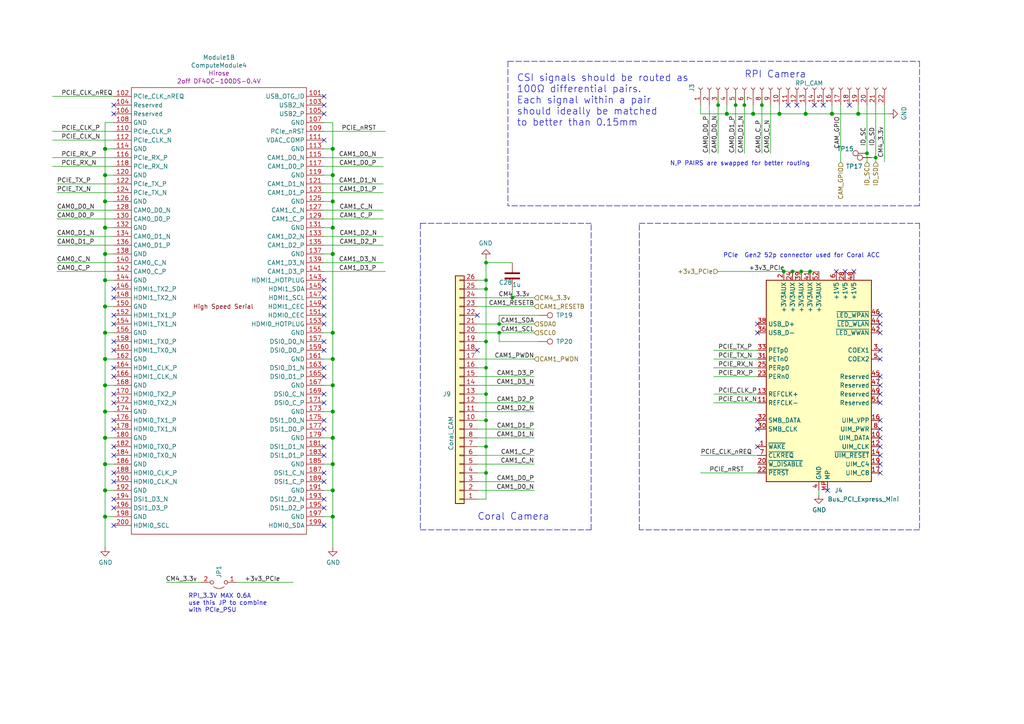
<source format=kicad_sch>
(kicad_sch (version 20211123) (generator eeschema)
  (paper "A4")
  (lib_symbols
    (symbol "CM4IO:ComputeModule4-CM4"
      (property "Reference" "Module" (at 113.03 -68.58 0))
      (property "Value" "ComputeModule4-CM4" (at 140.97 2.54 0))
      (property "Field4" "Hirose" (at 0 0 0))
      (property "Field5" "2x DF40C-100DS-0.4V" (at 0 -2.54 0))
      (symbol "ComputeModule4-CM4_1_0"
        (text "GPIO" (at 0 6.35 0) (effects (font (size 1.27 1.27))))
      )
      (symbol "ComputeModule4-CM4_1_1"
        (text "600mA Max" (at -8.89 -53.34 0) (effects (font (size 1.27 1.27))))
        (text "600mA Max" (at -8.89 -48.26 0) (effects (font (size 1.27 1.27))))
        (text "NB SD signals are only available" (at -1.27 -27.94 0) (effects (font (size 1.27 1.27))))
        (text "on modules without eMMC" (at -1.27 -30.48 0) (effects (font (size 1.27 1.27))))
        (pin power_in line (at 27.94 55.88 180) (length 2.54) (name "GND") (number "1"))
        (pin passive line (at -33.02 45.72 0) (length 2.54) (name "Ethernet_Pair0_N") (number "10"))
        (pin output line (at -33.02 -68.58 0) (length 2.54) (name "nEXTRST") (number "100"))
        (pin passive line (at 27.94 43.18 180) (length 2.54) (name "Ethernet_Pair2_P") (number "11"))
        (pin passive line (at -33.02 43.18 0) (length 2.54) (name "Ethernet_Pair0_P") (number "12"))
        (pin power_in line (at 27.94 40.64 180) (length 2.54) (name "GND") (number "13"))
        (pin power_in line (at -33.02 40.64 0) (length 2.54) (name "GND") (number "14"))
        (pin output line (at 27.94 38.1 180) (length 2.54) (name "Ethernet_nLED3(3.3v)") (number "15"))
        (pin input line (at -33.02 38.1 0) (length 2.54) (name "Ethernet_SYNC_IN(1.8v)") (number "16"))
        (pin output line (at 27.94 35.56 180) (length 2.54) (name "Ethernet_nLED2(3.3v)") (number "17"))
        (pin input line (at -33.02 35.56 0) (length 2.54) (name "Ethernet_SYNC_OUT(1.8v)") (number "18"))
        (pin output line (at 27.94 33.02 180) (length 2.54) (name "Ethernet_nLED1(3.3v)") (number "19"))
        (pin power_in line (at -33.02 55.88 0) (length 2.54) (name "GND") (number "2"))
        (pin passive line (at -33.02 33.02 0) (length 2.54) (name "EEPROM_nWP") (number "20"))
        (pin open_collector line (at 27.94 30.48 180) (length 2.54) (name "PI_nLED_Activity") (number "21"))
        (pin power_in line (at -33.02 30.48 0) (length 2.54) (name "GND") (number "22"))
        (pin power_in line (at 27.94 27.94 180) (length 2.54) (name "GND") (number "23"))
        (pin passive line (at -33.02 27.94 0) (length 2.54) (name "GPIO26") (number "24"))
        (pin passive line (at 27.94 25.4 180) (length 2.54) (name "GPIO21") (number "25"))
        (pin passive line (at -33.02 25.4 0) (length 2.54) (name "GPIO19") (number "26"))
        (pin passive line (at 27.94 22.86 180) (length 2.54) (name "GPIO20") (number "27"))
        (pin passive line (at -33.02 22.86 0) (length 2.54) (name "GPIO13") (number "28"))
        (pin passive line (at 27.94 20.32 180) (length 2.54) (name "GPIO16") (number "29"))
        (pin passive line (at 27.94 53.34 180) (length 2.54) (name "Ethernet_Pair3_P") (number "3"))
        (pin passive line (at -33.02 20.32 0) (length 2.54) (name "GPIO6") (number "30"))
        (pin passive line (at 27.94 17.78 180) (length 2.54) (name "GPIO12") (number "31"))
        (pin power_in line (at -33.02 17.78 0) (length 2.54) (name "GND") (number "32"))
        (pin power_in line (at 27.94 15.24 180) (length 2.54) (name "GND") (number "33"))
        (pin passive line (at -33.02 15.24 0) (length 2.54) (name "GPIO5") (number "34"))
        (pin passive line (at 27.94 12.7 180) (length 2.54) (name "ID_SC") (number "35"))
        (pin passive line (at -33.02 12.7 0) (length 2.54) (name "ID_SD") (number "36"))
        (pin passive line (at 27.94 10.16 180) (length 2.54) (name "GPIO7") (number "37"))
        (pin passive line (at -33.02 10.16 0) (length 2.54) (name "GPIO11") (number "38"))
        (pin passive line (at 27.94 7.62 180) (length 2.54) (name "GPIO8") (number "39"))
        (pin passive line (at -33.02 53.34 0) (length 2.54) (name "Ethernet_Pair1_P") (number "4"))
        (pin passive line (at -33.02 7.62 0) (length 2.54) (name "GPIO9") (number "40"))
        (pin passive line (at 27.94 5.08 180) (length 2.54) (name "GPIO25") (number "41"))
        (pin power_in line (at -33.02 5.08 0) (length 2.54) (name "GND") (number "42"))
        (pin power_in line (at 27.94 2.54 180) (length 2.54) (name "GND") (number "43"))
        (pin passive line (at -33.02 2.54 0) (length 2.54) (name "GPIO10") (number "44"))
        (pin passive line (at 27.94 0 180) (length 2.54) (name "GPIO24") (number "45"))
        (pin passive line (at -33.02 0 0) (length 2.54) (name "GPIO22") (number "46"))
        (pin passive line (at 27.94 -2.54 180) (length 2.54) (name "GPIO23") (number "47"))
        (pin passive line (at -33.02 -2.54 0) (length 2.54) (name "GPIO27") (number "48"))
        (pin passive line (at 27.94 -5.08 180) (length 2.54) (name "GPIO18") (number "49"))
        (pin passive line (at 27.94 50.8 180) (length 2.54) (name "Ethernet_Pair3_N") (number "5"))
        (pin passive line (at -33.02 -5.08 0) (length 2.54) (name "GPIO17") (number "50"))
        (pin passive line (at 27.94 -7.62 180) (length 2.54) (name "GPIO15") (number "51"))
        (pin power_in line (at -33.02 -7.62 0) (length 2.54) (name "GND") (number "52"))
        (pin power_in line (at 27.94 -10.16 180) (length 2.54) (name "GND") (number "53"))
        (pin passive line (at -33.02 -10.16 0) (length 2.54) (name "GPIO4") (number "54"))
        (pin passive line (at 27.94 -12.7 180) (length 2.54) (name "GPIO14") (number "55"))
        (pin passive line (at -33.02 -12.7 0) (length 2.54) (name "GPIO3") (number "56"))
        (pin passive line (at 27.94 -15.24 180) (length 2.54) (name "SD_CLK") (number "57"))
        (pin passive line (at -33.02 -15.24 0) (length 2.54) (name "GPIO2") (number "58"))
        (pin power_in line (at 27.94 -17.78 180) (length 2.54) (name "GND") (number "59"))
        (pin passive line (at -33.02 50.8 0) (length 2.54) (name "Ethernet_Pair1_N") (number "6"))
        (pin power_in line (at -33.02 -17.78 0) (length 2.54) (name "GND") (number "60"))
        (pin passive line (at 27.94 -20.32 180) (length 2.54) (name "SD_DAT3") (number "61"))
        (pin passive line (at -33.02 -20.32 0) (length 2.54) (name "SD_CMD") (number "62"))
        (pin passive line (at 27.94 -22.86 180) (length 2.54) (name "SD_DAT0") (number "63"))
        (pin passive line (at -33.02 -22.86 0) (length 2.54) (name "SD_DAT5") (number "64"))
        (pin power_in line (at 27.94 -25.4 180) (length 2.54) (name "GND") (number "65"))
        (pin power_in line (at -33.02 -25.4 0) (length 2.54) (name "GND") (number "66"))
        (pin passive line (at 27.94 -27.94 180) (length 2.54) (name "SD_DAT1") (number "67"))
        (pin passive line (at -33.02 -27.94 0) (length 2.54) (name "SD_DAT4") (number "68"))
        (pin passive line (at 27.94 -30.48 180) (length 2.54) (name "SD_DAT2") (number "69"))
        (pin power_in line (at 27.94 48.26 180) (length 2.54) (name "GND") (number "7"))
        (pin passive line (at -33.02 -30.48 0) (length 2.54) (name "SD_DAT7") (number "70"))
        (pin power_in line (at 27.94 -33.02 180) (length 2.54) (name "GND") (number "71"))
        (pin passive line (at -33.02 -33.02 0) (length 2.54) (name "SD_DAT6") (number "72"))
        (pin input line (at 27.94 -35.56 180) (length 2.54) (name "SD_VDD_Override") (number "73"))
        (pin power_in line (at -33.02 -35.56 0) (length 2.54) (name "GND") (number "74"))
        (pin output line (at 27.94 -38.1 180) (length 2.54) (name "SD_PWR_ON") (number "75"))
        (pin passive line (at -33.02 -38.1 0) (length 2.54) (name "Reserved") (number "76"))
        (pin power_in line (at 27.94 -40.64 180) (length 2.54) (name "+5v_(Input)") (number "77"))
        (pin power_in line (at -33.02 -40.64 0) (length 2.54) (name "GPIO_VREF(1.8v/3.3v_Input)") (number "78"))
        (pin power_in line (at 27.94 -43.18 180) (length 2.54) (name "+5v_(Input)") (number "79"))
        (pin power_in line (at -33.02 48.26 0) (length 2.54) (name "GND") (number "8"))
        (pin passive line (at -33.02 -43.18 0) (length 2.54) (name "SCL0") (number "80"))
        (pin power_in line (at 27.94 -45.72 180) (length 2.54) (name "+5v_(Input)") (number "81"))
        (pin passive line (at -33.02 -45.72 0) (length 2.54) (name "SDA0") (number "82"))
        (pin power_in line (at 27.94 -48.26 180) (length 2.54) (name "+5v_(Input)") (number "83"))
        (pin power_out line (at -33.02 -48.26 0) (length 2.54) (name "+3.3v_(Output)") (number "84"))
        (pin power_in line (at 27.94 -50.8 180) (length 2.54) (name "+5v_(Input)") (number "85"))
        (pin power_out line (at -33.02 -50.8 0) (length 2.54) (name "+3.3v_(Output)") (number "86"))
        (pin power_in line (at 27.94 -53.34 180) (length 2.54) (name "+5v_(Input)") (number "87"))
        (pin power_out line (at -33.02 -53.34 0) (length 2.54) (name "+1.8v_(Output)") (number "88"))
        (pin power_in line (at 27.94 -55.88 180) (length 2.54) (name "WiFi_nDisable") (number "89"))
        (pin passive line (at 27.94 45.72 180) (length 2.54) (name "Ethernet_Pair2_N") (number "9"))
        (pin power_out line (at -33.02 -55.88 0) (length 2.54) (name "+1.8v_(Output)") (number "90"))
        (pin power_in line (at 27.94 -58.42 180) (length 2.54) (name "BT_nDisable") (number "91"))
        (pin passive line (at -33.02 -58.42 0) (length 2.54) (name "RUN_PG") (number "92"))
        (pin input line (at 27.94 -60.96 180) (length 2.54) (name "nRPIBOOT") (number "93"))
        (pin passive line (at -33.02 -60.96 0) (length 2.54) (name "AnalogIP0") (number "94"))
        (pin output line (at 27.94 -63.5 180) (length 2.54) (name "nPI_LED_PWR") (number "95"))
        (pin passive line (at -33.02 -63.5 0) (length 2.54) (name "AnalogIP1") (number "96"))
        (pin passive line (at 27.94 -66.04 180) (length 2.54) (name "Camera_GPIO") (number "97"))
        (pin power_in line (at -33.02 -66.04 0) (length 2.54) (name "GND") (number "98"))
        (pin input line (at 27.94 -68.58 180) (length 2.54) (name "Global_EN") (number "99"))
      )
      (symbol "ComputeModule4-CM4_2_1"
        (text "High Speed Serial" (at 140.97 0 0) (effects (font (size 1.27 1.27))))
        (pin input line (at 170.18 60.96 180) (length 5.08) (name "USB_OTG_ID") (number "101"))
        (pin input line (at 109.22 60.96 0) (length 5.08) (name "PCIe_CLK_nREQ") (number "102"))
        (pin passive line (at 170.18 58.42 180) (length 5.08) (name "USB2_N") (number "103"))
        (pin passive line (at 109.22 58.42 0) (length 5.08) (name "Reserved") (number "104"))
        (pin passive line (at 170.18 55.88 180) (length 5.08) (name "USB2_P") (number "105"))
        (pin passive line (at 109.22 55.88 0) (length 5.08) (name "Reserved") (number "106"))
        (pin power_in line (at 170.18 53.34 180) (length 5.08) (name "GND") (number "107"))
        (pin power_in line (at 109.22 53.34 0) (length 5.08) (name "GND") (number "108"))
        (pin bidirectional line (at 170.18 50.8 180) (length 5.08) (name "PCIe_nRST") (number "109"))
        (pin output line (at 109.22 50.8 0) (length 5.08) (name "PCIe_CLK_P") (number "110"))
        (pin passive line (at 170.18 48.26 180) (length 5.08) (name "VDAC_COMP") (number "111"))
        (pin output line (at 109.22 48.26 0) (length 5.08) (name "PCIe_CLK_N") (number "112"))
        (pin power_in line (at 170.18 45.72 180) (length 5.08) (name "GND") (number "113"))
        (pin power_in line (at 109.22 45.72 0) (length 5.08) (name "GND") (number "114"))
        (pin input line (at 170.18 43.18 180) (length 5.08) (name "CAM1_D0_N") (number "115"))
        (pin input line (at 109.22 43.18 0) (length 5.08) (name "PCIe_RX_P") (number "116"))
        (pin input line (at 170.18 40.64 180) (length 5.08) (name "CAM1_D0_P") (number "117"))
        (pin input line (at 109.22 40.64 0) (length 5.08) (name "PCIe_RX_N") (number "118"))
        (pin power_in line (at 170.18 38.1 180) (length 5.08) (name "GND") (number "119"))
        (pin power_in line (at 109.22 38.1 0) (length 5.08) (name "GND") (number "120"))
        (pin input line (at 170.18 35.56 180) (length 5.08) (name "CAM1_D1_N") (number "121"))
        (pin output line (at 109.22 35.56 0) (length 5.08) (name "PCIe_TX_P") (number "122"))
        (pin input line (at 170.18 33.02 180) (length 5.08) (name "CAM1_D1_P") (number "123"))
        (pin output line (at 109.22 33.02 0) (length 5.08) (name "PCIe_TX_N") (number "124"))
        (pin power_in line (at 170.18 30.48 180) (length 5.08) (name "GND") (number "125"))
        (pin power_in line (at 109.22 30.48 0) (length 5.08) (name "GND") (number "126"))
        (pin input line (at 170.18 27.94 180) (length 5.08) (name "CAM1_C_N") (number "127"))
        (pin input line (at 109.22 27.94 0) (length 5.08) (name "CAM0_D0_N") (number "128"))
        (pin input line (at 170.18 25.4 180) (length 5.08) (name "CAM1_C_P") (number "129"))
        (pin input line (at 109.22 25.4 0) (length 5.08) (name "CAM0_D0_P") (number "130"))
        (pin power_in line (at 170.18 22.86 180) (length 5.08) (name "GND") (number "131"))
        (pin power_in line (at 109.22 22.86 0) (length 5.08) (name "GND") (number "132"))
        (pin input line (at 170.18 20.32 180) (length 5.08) (name "CAM1_D2_N") (number "133"))
        (pin input line (at 109.22 20.32 0) (length 5.08) (name "CAM0_D1_N") (number "134"))
        (pin input line (at 170.18 17.78 180) (length 5.08) (name "CAM1_D2_P") (number "135"))
        (pin input line (at 109.22 17.78 0) (length 5.08) (name "CAM0_D1_P") (number "136"))
        (pin power_in line (at 170.18 15.24 180) (length 5.08) (name "GND") (number "137"))
        (pin power_in line (at 109.22 15.24 0) (length 5.08) (name "GND") (number "138"))
        (pin input line (at 170.18 12.7 180) (length 5.08) (name "CAM1_D3_N") (number "139"))
        (pin input line (at 109.22 12.7 0) (length 5.08) (name "CAM0_C_N") (number "140"))
        (pin input line (at 170.18 10.16 180) (length 5.08) (name "CAM1_D3_P") (number "141"))
        (pin input line (at 109.22 10.16 0) (length 5.08) (name "CAM0_C_P") (number "142"))
        (pin input line (at 170.18 7.62 180) (length 5.08) (name "HDMI1_HOTPLUG") (number "143"))
        (pin power_in line (at 109.22 7.62 0) (length 5.08) (name "GND") (number "144"))
        (pin bidirectional line (at 170.18 5.08 180) (length 5.08) (name "HDMI1_SDA") (number "145"))
        (pin output line (at 109.22 5.08 0) (length 5.08) (name "HDMI1_TX2_P") (number "146"))
        (pin open_collector line (at 170.18 2.54 180) (length 5.08) (name "HDMI1_SCL") (number "147"))
        (pin output line (at 109.22 2.54 0) (length 5.08) (name "HDMI1_TX2_N") (number "148"))
        (pin open_collector line (at 170.18 0 180) (length 5.08) (name "HDMI1_CEC") (number "149"))
        (pin power_in line (at 109.22 0 0) (length 5.08) (name "GND") (number "150"))
        (pin open_collector line (at 170.18 -2.54 180) (length 5.08) (name "HDMI0_CEC") (number "151"))
        (pin output line (at 109.22 -2.54 0) (length 5.08) (name "HDMI1_TX1_P") (number "152"))
        (pin input line (at 170.18 -5.08 180) (length 5.08) (name "HDMI0_HOTPLUG") (number "153"))
        (pin output line (at 109.22 -5.08 0) (length 5.08) (name "HDMI1_TX1_N") (number "154"))
        (pin power_in line (at 170.18 -7.62 180) (length 5.08) (name "GND") (number "155"))
        (pin power_in line (at 109.22 -7.62 0) (length 5.08) (name "GND") (number "156"))
        (pin output line (at 170.18 -10.16 180) (length 5.08) (name "DSI0_D0_N") (number "157"))
        (pin output line (at 109.22 -10.16 0) (length 5.08) (name "HDMI1_TX0_P") (number "158"))
        (pin output line (at 170.18 -12.7 180) (length 5.08) (name "DSI0_D0_P") (number "159"))
        (pin output line (at 109.22 -12.7 0) (length 5.08) (name "HDMI1_TX0_N") (number "160"))
        (pin power_in line (at 170.18 -15.24 180) (length 5.08) (name "GND") (number "161"))
        (pin power_in line (at 109.22 -15.24 0) (length 5.08) (name "GND") (number "162"))
        (pin output line (at 170.18 -17.78 180) (length 5.08) (name "DSI0_D1_N") (number "163"))
        (pin output line (at 109.22 -17.78 0) (length 5.08) (name "HDMI1_CLK_P") (number "164"))
        (pin output line (at 170.18 -20.32 180) (length 5.08) (name "DSI0_D1_P") (number "165"))
        (pin output line (at 109.22 -20.32 0) (length 5.08) (name "HDMI1_CLK_N") (number "166"))
        (pin power_in line (at 170.18 -22.86 180) (length 5.08) (name "GND") (number "167"))
        (pin power_in line (at 109.22 -22.86 0) (length 5.08) (name "GND") (number "168"))
        (pin output line (at 170.18 -25.4 180) (length 5.08) (name "DSI0_C_N") (number "169"))
        (pin output line (at 109.22 -25.4 0) (length 5.08) (name "HDMI0_TX2_P") (number "170"))
        (pin output line (at 170.18 -27.94 180) (length 5.08) (name "DSI0_C_P") (number "171"))
        (pin output line (at 109.22 -27.94 0) (length 5.08) (name "HDMI0_TX2_N") (number "172"))
        (pin power_in line (at 170.18 -30.48 180) (length 5.08) (name "GND") (number "173"))
        (pin power_in line (at 109.22 -30.48 0) (length 5.08) (name "GND") (number "174"))
        (pin output line (at 170.18 -33.02 180) (length 5.08) (name "DSI1_D0_N") (number "175"))
        (pin output line (at 109.22 -33.02 0) (length 5.08) (name "HDMI0_TX1_P") (number "176"))
        (pin output line (at 170.18 -35.56 180) (length 5.08) (name "DSI1_D0_P") (number "177"))
        (pin output line (at 109.22 -35.56 0) (length 5.08) (name "HDMI0_TX1_N") (number "178"))
        (pin power_in line (at 170.18 -38.1 180) (length 5.08) (name "GND") (number "179"))
        (pin power_in line (at 109.22 -38.1 0) (length 5.08) (name "GND") (number "180"))
        (pin output line (at 170.18 -40.64 180) (length 5.08) (name "DSI1_D1_N") (number "181"))
        (pin output line (at 109.22 -40.64 0) (length 5.08) (name "HDMI0_TX0_P") (number "182"))
        (pin output line (at 170.18 -43.18 180) (length 5.08) (name "DSI1_D1_P") (number "183"))
        (pin output line (at 109.22 -43.18 0) (length 5.08) (name "HDMI0_TX0_N") (number "184"))
        (pin power_in line (at 170.18 -45.72 180) (length 5.08) (name "GND") (number "185"))
        (pin power_in line (at 109.22 -45.72 0) (length 5.08) (name "GND") (number "186"))
        (pin output line (at 170.18 -48.26 180) (length 5.08) (name "DSI1_C_N") (number "187"))
        (pin output line (at 109.22 -48.26 0) (length 5.08) (name "HDMI0_CLK_P") (number "188"))
        (pin output line (at 170.18 -50.8 180) (length 5.08) (name "DSI1_C_P") (number "189"))
        (pin output line (at 109.22 -50.8 0) (length 5.08) (name "HDMI0_CLK_N") (number "190"))
        (pin power_in line (at 170.18 -53.34 180) (length 5.08) (name "GND") (number "191"))
        (pin power_in line (at 109.22 -53.34 0) (length 5.08) (name "GND") (number "192"))
        (pin output line (at 170.18 -55.88 180) (length 5.08) (name "DSI1_D2_N") (number "193"))
        (pin output line (at 109.22 -55.88 0) (length 5.08) (name "DSI1_D3_N") (number "194"))
        (pin output line (at 170.18 -58.42 180) (length 5.08) (name "DSI1_D2_P") (number "195"))
        (pin output line (at 109.22 -58.42 0) (length 5.08) (name "DSI1_D3_P") (number "196"))
        (pin power_in line (at 170.18 -60.96 180) (length 5.08) (name "GND") (number "197"))
        (pin power_in line (at 109.22 -60.96 0) (length 5.08) (name "GND") (number "198"))
        (pin bidirectional line (at 170.18 -63.5 180) (length 5.08) (name "HDMI0_SDA") (number "199"))
        (pin open_collector line (at 109.22 -63.5 0) (length 5.08) (name "HDMI0_SCL") (number "200"))
      )
    )
    (symbol "Connector:Bus_PCI_Express_Mini"
      (property "Reference" "J" (at -16.51 31.75 0))
      (property "Value" "Bus_PCI_Express_Mini" (at 22.86 31.75 0))
      (symbol "Bus_PCI_Express_Mini_1_1"
        (pin open_collector line (at -17.78 -17.78 0) (length 2.54) (name "~{WAKE}") (number "1"))
        (pin bidirectional line (at 17.78 -15.24 180) (length 2.54) (name "UIM_DATA") (number "10"))
        (pin input line (at -17.78 -5.08 0) (length 2.54) (name "REFCLK-") (number "11"))
        (pin output line (at 17.78 -17.78 180) (length 2.54) (name "UIM_CLK") (number "12"))
        (pin input line (at -17.78 -2.54 0) (length 2.54) (name "REFCLK+") (number "13"))
        (pin output line (at 17.78 -20.32 180) (length 2.54) (name "~{UIM_RESET}") (number "14"))
        (pin passive line (at 0 -30.48 90) (length 2.54) hide (name "GND") (number "15"))
        (pin power_out line (at 17.78 -10.16 180) (length 2.54) (name "UIM_VPP") (number "16"))
        (pin passive line (at 17.78 -25.4 180) (length 2.54) (name "UIM_C8") (number "17"))
        (pin passive line (at 0 -30.48 90) (length 2.54) hide (name "GND") (number "18"))
        (pin passive line (at 17.78 -22.86 180) (length 2.54) (name "UIM_C4") (number "19"))
        (pin power_in line (at -10.16 33.02 270) (length 2.54) (name "+3V3AUX") (number "2"))
        (pin input line (at -17.78 -22.86 0) (length 2.54) (name "~{W_DISABLE}") (number "20"))
        (pin passive line (at 0 -30.48 90) (length 2.54) hide (name "GND") (number "21"))
        (pin input line (at -17.78 -25.4 0) (length 2.54) (name "~{PERST}") (number "22"))
        (pin output line (at -17.78 2.54 0) (length 2.54) (name "PERn0") (number "23"))
        (pin power_in line (at -7.62 33.02 270) (length 2.54) (name "+3V3AUX") (number "24"))
        (pin output line (at -17.78 5.08 0) (length 2.54) (name "PERp0") (number "25"))
        (pin passive line (at 0 -30.48 90) (length 2.54) hide (name "GND") (number "26"))
        (pin passive line (at 0 -30.48 90) (length 2.54) hide (name "GND") (number "27"))
        (pin power_in line (at 7.62 33.02 270) (length 2.54) (name "+1V5") (number "28"))
        (pin passive line (at 0 -30.48 90) (length 2.54) hide (name "GND") (number "29"))
        (pin passive line (at 17.78 10.16 180) (length 2.54) (name "COEX1") (number "3"))
        (pin input line (at -17.78 -12.7 0) (length 2.54) (name "SMB_CLK") (number "30"))
        (pin input line (at -17.78 7.62 0) (length 2.54) (name "PETn0") (number "31"))
        (pin bidirectional line (at -17.78 -10.16 0) (length 2.54) (name "SMB_DATA") (number "32"))
        (pin input line (at -17.78 10.16 0) (length 2.54) (name "PETp0") (number "33"))
        (pin passive line (at 0 -30.48 90) (length 2.54) hide (name "GND") (number "34"))
        (pin passive line (at 0 -30.48 90) (length 2.54) hide (name "GND") (number "35"))
        (pin bidirectional line (at -17.78 15.24 0) (length 2.54) (name "USB_D-") (number "36"))
        (pin passive line (at 0 -30.48 90) (length 2.54) hide (name "GND") (number "37"))
        (pin bidirectional line (at -17.78 17.78 0) (length 2.54) (name "USB_D+") (number "38"))
        (pin power_in line (at -5.08 33.02 270) (length 2.54) (name "+3V3AUX") (number "39"))
        (pin power_in line (at 0 -30.48 90) (length 2.54) (name "GND") (number "4"))
        (pin passive line (at 0 -30.48 90) (length 2.54) hide (name "GND") (number "40"))
        (pin power_in line (at -2.54 33.02 270) (length 2.54) (name "+3V3AUX") (number "41"))
        (pin open_collector line (at 17.78 15.24 180) (length 2.54) (name "~{LED_WWAN}") (number "42"))
        (pin passive line (at 0 -30.48 90) (length 2.54) hide (name "GND") (number "43"))
        (pin open_collector line (at 17.78 17.78 180) (length 2.54) (name "~{LED_WLAN}") (number "44"))
        (pin passive line (at 17.78 2.54 180) (length 2.54) (name "Reserved") (number "45"))
        (pin open_collector line (at 17.78 20.32 180) (length 2.54) (name "~{LED_WPAN}") (number "46"))
        (pin passive line (at 17.78 0 180) (length 2.54) (name "Reserved") (number "47"))
        (pin power_in line (at 10.16 33.02 270) (length 2.54) (name "+1V5") (number "48"))
        (pin passive line (at 17.78 -2.54 180) (length 2.54) (name "Reserved") (number "49"))
        (pin passive line (at 17.78 7.62 180) (length 2.54) (name "COEX2") (number "5"))
        (pin passive line (at 0 -30.48 90) (length 2.54) hide (name "GND") (number "50"))
        (pin passive line (at 17.78 -5.08 180) (length 2.54) (name "Reserved") (number "51"))
        (pin power_in line (at 0 33.02 270) (length 2.54) (name "+3V3AUX") (number "52"))
        (pin power_in line (at 5.08 33.02 270) (length 2.54) (name "+1V5") (number "6"))
        (pin open_collector line (at -17.78 -20.32 0) (length 2.54) (name "~{CLKREQ}") (number "7"))
        (pin power_out line (at 17.78 -12.7 180) (length 2.54) (name "UIM_PWR") (number "8"))
        (pin passive line (at 0 -30.48 90) (length 2.54) hide (name "GND") (number "9"))
        (pin passive line (at 2.54 -30.48 90) (length 2.54) (name "MP") (number "MP"))
      )
    )
    (symbol "Connector:Conn_01x22_Female" (pin_names hide)
      (property "Reference" "J" (at 0 27.94 0))
      (property "Value" "Conn_01x22_Female" (at 0 -30.48 0))
      (symbol "Conn_01x22_Female_1_1"
        (pin passive line (at -5.08 25.4 0) (length 3.81) (name "Pin_1") (number "1"))
        (pin passive line (at -5.08 2.54 0) (length 3.81) (name "Pin_10") (number "10"))
        (pin passive line (at -5.08 0 0) (length 3.81) (name "Pin_11") (number "11"))
        (pin passive line (at -5.08 -2.54 0) (length 3.81) (name "Pin_12") (number "12"))
        (pin passive line (at -5.08 -5.08 0) (length 3.81) (name "Pin_13") (number "13"))
        (pin passive line (at -5.08 -7.62 0) (length 3.81) (name "Pin_14") (number "14"))
        (pin passive line (at -5.08 -10.16 0) (length 3.81) (name "Pin_15") (number "15"))
        (pin passive line (at -5.08 -12.7 0) (length 3.81) (name "Pin_16") (number "16"))
        (pin passive line (at -5.08 -15.24 0) (length 3.81) (name "Pin_17") (number "17"))
        (pin passive line (at -5.08 -17.78 0) (length 3.81) (name "Pin_18") (number "18"))
        (pin passive line (at -5.08 -20.32 0) (length 3.81) (name "Pin_19") (number "19"))
        (pin passive line (at -5.08 22.86 0) (length 3.81) (name "Pin_2") (number "2"))
        (pin passive line (at -5.08 -22.86 0) (length 3.81) (name "Pin_20") (number "20"))
        (pin passive line (at -5.08 -25.4 0) (length 3.81) (name "Pin_21") (number "21"))
        (pin passive line (at -5.08 -27.94 0) (length 3.81) (name "Pin_22") (number "22"))
        (pin passive line (at -5.08 20.32 0) (length 3.81) (name "Pin_3") (number "3"))
        (pin passive line (at -5.08 17.78 0) (length 3.81) (name "Pin_4") (number "4"))
        (pin passive line (at -5.08 15.24 0) (length 3.81) (name "Pin_5") (number "5"))
        (pin passive line (at -5.08 12.7 0) (length 3.81) (name "Pin_6") (number "6"))
        (pin passive line (at -5.08 10.16 0) (length 3.81) (name "Pin_7") (number "7"))
        (pin passive line (at -5.08 7.62 0) (length 3.81) (name "Pin_8") (number "8"))
        (pin passive line (at -5.08 5.08 0) (length 3.81) (name "Pin_9") (number "9"))
      )
    )
    (symbol "Connector:TestPoint" (pin_numbers hide) (pin_names (offset 0.762) hide)
      (property "Reference" "TP" (at 0 6.858 0))
      (property "Value" "TestPoint" (at 0 5.08 0))
      (symbol "TestPoint_1_1"
        (pin passive line (at 0 0 90) (length 2.54) (name "1") (number "1"))
      )
    )
    (symbol "Connector_Generic:Conn_01x26" (pin_names (offset 1.016) hide)
      (property "Reference" "J" (at 0 33.02 0))
      (property "Value" "Conn_01x26" (at 0 -35.56 0))
      (symbol "Conn_01x26_1_1"
        (pin passive line (at -5.08 30.48 0) (length 3.81) (name "Pin_1") (number "1"))
        (pin passive line (at -5.08 7.62 0) (length 3.81) (name "Pin_10") (number "10"))
        (pin passive line (at -5.08 5.08 0) (length 3.81) (name "Pin_11") (number "11"))
        (pin passive line (at -5.08 2.54 0) (length 3.81) (name "Pin_12") (number "12"))
        (pin passive line (at -5.08 0 0) (length 3.81) (name "Pin_13") (number "13"))
        (pin passive line (at -5.08 -2.54 0) (length 3.81) (name "Pin_14") (number "14"))
        (pin passive line (at -5.08 -5.08 0) (length 3.81) (name "Pin_15") (number "15"))
        (pin passive line (at -5.08 -7.62 0) (length 3.81) (name "Pin_16") (number "16"))
        (pin passive line (at -5.08 -10.16 0) (length 3.81) (name "Pin_17") (number "17"))
        (pin passive line (at -5.08 -12.7 0) (length 3.81) (name "Pin_18") (number "18"))
        (pin passive line (at -5.08 -15.24 0) (length 3.81) (name "Pin_19") (number "19"))
        (pin passive line (at -5.08 27.94 0) (length 3.81) (name "Pin_2") (number "2"))
        (pin passive line (at -5.08 -17.78 0) (length 3.81) (name "Pin_20") (number "20"))
        (pin passive line (at -5.08 -20.32 0) (length 3.81) (name "Pin_21") (number "21"))
        (pin passive line (at -5.08 -22.86 0) (length 3.81) (name "Pin_22") (number "22"))
        (pin passive line (at -5.08 -25.4 0) (length 3.81) (name "Pin_23") (number "23"))
        (pin passive line (at -5.08 -27.94 0) (length 3.81) (name "Pin_24") (number "24"))
        (pin passive line (at -5.08 -30.48 0) (length 3.81) (name "Pin_25") (number "25"))
        (pin passive line (at -5.08 -33.02 0) (length 3.81) (name "Pin_26") (number "26"))
        (pin passive line (at -5.08 25.4 0) (length 3.81) (name "Pin_3") (number "3"))
        (pin passive line (at -5.08 22.86 0) (length 3.81) (name "Pin_4") (number "4"))
        (pin passive line (at -5.08 20.32 0) (length 3.81) (name "Pin_5") (number "5"))
        (pin passive line (at -5.08 17.78 0) (length 3.81) (name "Pin_6") (number "6"))
        (pin passive line (at -5.08 15.24 0) (length 3.81) (name "Pin_7") (number "7"))
        (pin passive line (at -5.08 12.7 0) (length 3.81) (name "Pin_8") (number "8"))
        (pin passive line (at -5.08 10.16 0) (length 3.81) (name "Pin_9") (number "9"))
      )
    )
    (symbol "Device:C" (pin_numbers hide) (pin_names (offset 0.254))
      (property "Reference" "C" (at 0.635 2.54 0))
      (property "Value" "C" (at 0.635 -2.54 0))
      (symbol "C_1_1"
        (pin passive line (at 0 3.81 270) (length 2.794) (name "~") (number "1"))
        (pin passive line (at 0 -3.81 90) (length 2.794) (name "~") (number "2"))
      )
    )
    (symbol "Jumper:Jumper_2_Open" (pin_names (offset 0) hide)
      (property "Reference" "JP" (at 0 2.794 0))
      (property "Value" "Jumper_2_Open" (at 0 -2.286 0))
      (symbol "Jumper_2_Open_1_1"
        (pin passive line (at -5.08 0 0) (length 2.54) (name "A") (number "1"))
        (pin passive line (at 5.08 0 180) (length 2.54) (name "B") (number "2"))
      )
    )
    (symbol "power:GND" (power) (pin_names (offset 0))
      (property "Value" "GND" (at 0 -3.81 0))
      (symbol "GND_1_1"
        (pin power_in line (at 0 0 270) (length 0) hide (name "GND") (number "1"))
      )
    )
  )
  (junction (at 208.28 30.48))
  (junction (at 96.52 142.24) (diameter 1.016))
  (junction (at 30.48 111.76) (diameter 1.016))
  (junction (at 254 45.72))
  (junction (at 96.52 66.04) (diameter 1.016))
  (junction (at 30.48 50.8) (diameter 1.016))
  (junction (at 30.48 142.24) (diameter 1.016))
  (junction (at 248.92 33.02) (diameter 1.016))
  (junction (at 218.44 33.02) (diameter 1.016))
  (junction (at 140.97 129.54))
  (junction (at 30.48 96.52) (diameter 1.016))
  (junction (at 96.52 149.86) (diameter 1.016))
  (junction (at 220.98 30.48))
  (junction (at 96.52 96.52) (diameter 1.016))
  (junction (at 213.36 30.48))
  (junction (at 227.33 78.74))
  (junction (at 96.52 104.14) (diameter 1.016))
  (junction (at 30.48 88.9) (diameter 1.016))
  (junction (at 96.52 111.76) (diameter 1.016))
  (junction (at 140.97 99.06))
  (junction (at 144.78 96.52))
  (junction (at 140.97 81.28))
  (junction (at 30.48 127) (diameter 1.016))
  (junction (at 241.3 33.02) (diameter 1.016))
  (junction (at 144.78 93.98))
  (junction (at 30.48 81.28) (diameter 1.016))
  (junction (at 251.46 44.45))
  (junction (at 96.52 73.66) (diameter 1.016))
  (junction (at 30.48 58.42) (diameter 1.016))
  (junction (at 140.97 76.2))
  (junction (at 140.97 83.82))
  (junction (at 96.52 119.38) (diameter 1.016))
  (junction (at 96.52 127) (diameter 1.016))
  (junction (at 234.95 78.74))
  (junction (at 30.48 73.66) (diameter 1.016))
  (junction (at 96.52 50.8) (diameter 1.016))
  (junction (at 30.48 104.14) (diameter 1.016))
  (junction (at 30.48 119.38) (diameter 1.016))
  (junction (at 30.48 43.18) (diameter 1.016))
  (junction (at 210.82 33.02) (diameter 1.016))
  (junction (at 30.48 149.86) (diameter 1.016))
  (junction (at 148.59 86.36))
  (junction (at 232.41 78.74))
  (junction (at 229.87 78.74))
  (junction (at 140.97 114.3))
  (junction (at 30.48 134.62) (diameter 1.016))
  (junction (at 140.97 106.68))
  (junction (at 233.68 33.02) (diameter 1.016))
  (junction (at 215.9 30.48))
  (junction (at 96.52 134.62) (diameter 1.016))
  (junction (at 96.52 43.18) (diameter 1.016))
  (junction (at 96.52 58.42) (diameter 1.016))
  (junction (at 140.97 121.92))
  (junction (at 30.48 66.04) (diameter 1.016))
  (junction (at 140.97 137.16))
  (junction (at 226.06 33.02) (diameter 1.016))
  (no_connect (at 93.98 121.92))
  (no_connect (at 33.02 30.48))
  (no_connect (at 255.27 96.52))
  (no_connect (at 93.98 81.28))
  (no_connect (at 93.98 88.9))
  (no_connect (at 242.57 78.74))
  (no_connect (at 138.43 101.6))
  (no_connect (at 93.98 152.4))
  (no_connect (at 33.02 124.46))
  (no_connect (at 255.27 109.22))
  (no_connect (at 93.98 33.02))
  (no_connect (at 93.98 91.44))
  (no_connect (at 93.98 147.32))
  (no_connect (at 247.65 78.74))
  (no_connect (at 93.98 109.22))
  (no_connect (at 245.11 78.74))
  (no_connect (at 219.71 96.52))
  (no_connect (at 93.98 86.36))
  (no_connect (at 255.27 91.44))
  (no_connect (at 33.02 116.84))
  (no_connect (at 93.98 93.98))
  (no_connect (at 93.98 30.48))
  (no_connect (at 231.14 30.48))
  (no_connect (at 33.02 109.22))
  (no_connect (at 33.02 93.98))
  (no_connect (at 93.98 144.78))
  (no_connect (at 255.27 111.76))
  (no_connect (at 33.02 99.06))
  (no_connect (at 93.98 137.16))
  (no_connect (at 93.98 83.82))
  (no_connect (at 33.02 33.02))
  (no_connect (at 93.98 124.46))
  (no_connect (at 246.38 30.48))
  (no_connect (at 33.02 101.6))
  (no_connect (at 255.27 93.98))
  (no_connect (at 93.98 129.54))
  (no_connect (at 93.98 114.3))
  (no_connect (at 255.27 101.6))
  (no_connect (at 255.27 132.08))
  (no_connect (at 93.98 27.94))
  (no_connect (at 33.02 132.08))
  (no_connect (at 33.02 139.7))
  (no_connect (at 255.27 124.46))
  (no_connect (at 255.27 127))
  (no_connect (at 93.98 132.08))
  (no_connect (at 138.43 91.44))
  (no_connect (at 93.98 40.64))
  (no_connect (at 219.71 121.92))
  (no_connect (at 255.27 116.84))
  (no_connect (at 93.98 106.68))
  (no_connect (at 255.27 134.62))
  (no_connect (at 33.02 91.44))
  (no_connect (at 255.27 114.3))
  (no_connect (at 219.71 129.54))
  (no_connect (at 240.03 142.24))
  (no_connect (at 219.71 124.46))
  (no_connect (at 255.27 137.16))
  (no_connect (at 219.71 93.98))
  (no_connect (at 33.02 152.4))
  (no_connect (at 33.02 86.36))
  (no_connect (at 33.02 129.54))
  (no_connect (at 228.6 30.48))
  (no_connect (at 33.02 121.92))
  (no_connect (at 255.27 129.54))
  (no_connect (at 93.98 116.84))
  (no_connect (at 93.98 139.7))
  (no_connect (at 255.27 121.92))
  (no_connect (at 236.22 30.48))
  (no_connect (at 93.98 99.06))
  (no_connect (at 93.98 101.6))
  (no_connect (at 33.02 83.82))
  (no_connect (at 255.27 104.14))
  (no_connect (at 33.02 147.32))
  (no_connect (at 33.02 106.68))
  (no_connect (at 238.76 30.48))
  (no_connect (at 33.02 144.78))
  (no_connect (at 33.02 114.3))
  (no_connect (at 33.02 137.16))
  (wire (pts (xy 96.52 96.52) (xy 96.52 104.14)))
  (wire (pts (xy 30.48 58.42) (xy 30.48 66.04)))
  (wire (pts (xy 148.59 86.36) (xy 154.94 86.36)))
  (wire (pts (xy 220.98 30.48) (xy 220.98 27.94)))
  (wire (pts (xy 233.68 33.02) (xy 241.3 33.02)))
  (wire (pts (xy 154.94 134.62) (xy 138.43 134.62)))
  (wire (pts (xy 93.98 63.5) (xy 111.125 63.5)))
  (wire (pts (xy 226.06 33.02) (xy 226.06 30.48)))
  (wire (pts (xy 96.52 111.76) (xy 96.52 119.38)))
  (wire (pts (xy 237.49 143.51) (xy 237.49 142.24)))
  (wire (pts (xy 33.02 35.56) (xy 30.48 35.56)))
  (wire (pts (xy 140.97 81.28) (xy 138.43 81.28)))
  (wire (pts (xy 96.52 142.24) (xy 96.52 149.86)))
  (wire (pts (xy 154.94 93.98) (xy 144.78 93.98)))
  (wire (pts (xy 93.98 45.72) (xy 111.125 45.72)))
  (wire (pts (xy 218.44 33.02) (xy 218.44 30.48)))
  (wire (pts (xy 207.01 116.84) (xy 219.71 116.84)))
  (wire (pts (xy 227.33 78.74) (xy 229.87 78.74)))
  (wire (pts (xy 241.3 33.02) (xy 248.92 33.02)))
  (wire (pts (xy 30.48 127) (xy 33.02 127)))
  (wire (pts (xy 30.48 73.66) (xy 33.02 73.66)))
  (wire (pts (xy 251.46 30.48) (xy 251.46 44.45)))
  (wire (pts (xy 30.48 81.28) (xy 30.48 88.9)))
  (wire (pts (xy 30.48 111.76) (xy 33.02 111.76)))
  (wire (pts (xy 140.97 99.06) (xy 138.43 99.06)))
  (wire (pts (xy 93.98 48.26) (xy 111.125 48.26)))
  (wire (pts (xy 30.48 50.8) (xy 30.48 58.42)))
  (wire (pts (xy 16.51 60.96) (xy 33.02 60.96)))
  (wire (pts (xy 30.48 142.24) (xy 30.48 149.86)))
  (wire (pts (xy 243.84 30.48) (xy 243.84 46.99)))
  (wire (pts (xy 203.2 30.48) (xy 203.2 33.02)))
  (wire (pts (xy 241.3 33.02) (xy 241.3 30.48)))
  (wire (pts (xy 93.98 119.38) (xy 96.52 119.38)))
  (wire (pts (xy 208.28 78.74) (xy 227.33 78.74)))
  (polyline (pts (xy 147.32 17.78) (xy 266.7 17.78)))
  (wire (pts (xy 140.97 121.92) (xy 140.97 129.54)))
  (wire (pts (xy 154.94 116.84) (xy 138.43 116.84)))
  (wire (pts (xy 30.48 43.18) (xy 33.02 43.18)))
  (wire (pts (xy 154.94 124.46) (xy 138.43 124.46)))
  (wire (pts (xy 140.97 114.3) (xy 140.97 121.92)))
  (wire (pts (xy 140.97 74.93) (xy 140.97 76.2)))
  (wire (pts (xy 233.68 33.02) (xy 233.68 30.48)))
  (wire (pts (xy 140.97 106.68) (xy 140.97 99.06)))
  (wire (pts (xy 16.51 63.5) (xy 33.02 63.5)))
  (wire (pts (xy 93.98 134.62) (xy 96.52 134.62)))
  (polyline (pts (xy 147.32 17.78) (xy 147.32 59.69)))
  (wire (pts (xy 96.52 73.66) (xy 96.52 66.04)))
  (wire (pts (xy 30.48 35.56) (xy 30.48 43.18)))
  (wire (pts (xy 93.98 68.58) (xy 111.125 68.58)))
  (wire (pts (xy 148.59 83.82) (xy 148.59 86.36)))
  (wire (pts (xy 30.48 58.42) (xy 33.02 58.42)))
  (wire (pts (xy 144.78 99.06) (xy 144.78 96.52)))
  (wire (pts (xy 15.24 40.64) (xy 33.02 40.64)))
  (wire (pts (xy 96.52 50.8) (xy 96.52 43.18)))
  (wire (pts (xy 93.98 66.04) (xy 96.52 66.04)))
  (wire (pts (xy 138.43 121.92) (xy 140.97 121.92)))
  (wire (pts (xy 30.48 111.76) (xy 30.48 119.38)))
  (wire (pts (xy 96.52 127) (xy 96.52 134.62)))
  (wire (pts (xy 30.48 104.14) (xy 30.48 111.76)))
  (wire (pts (xy 154.94 139.7) (xy 138.43 139.7)))
  (wire (pts (xy 203.2 137.16) (xy 219.71 137.16)))
  (wire (pts (xy 154.94 142.24) (xy 138.43 142.24)))
  (wire (pts (xy 140.97 137.16) (xy 138.43 137.16)))
  (wire (pts (xy 96.52 104.14) (xy 96.52 111.76)))
  (wire (pts (xy 16.51 71.12) (xy 33.02 71.12)))
  (wire (pts (xy 207.01 101.6) (xy 219.71 101.6)))
  (wire (pts (xy 207.01 114.3) (xy 219.71 114.3)))
  (wire (pts (xy 96.52 73.66) (xy 96.52 96.52)))
  (wire (pts (xy 15.24 38.1) (xy 33.02 38.1)))
  (wire (pts (xy 140.97 83.82) (xy 138.43 83.82)))
  (wire (pts (xy 30.48 149.86) (xy 30.48 158.75)))
  (wire (pts (xy 93.98 58.42) (xy 96.52 58.42)))
  (wire (pts (xy 93.98 78.74) (xy 111.76 78.74)))
  (wire (pts (xy 218.44 33.02) (xy 226.06 33.02)))
  (wire (pts (xy 96.52 119.38) (xy 96.52 127)))
  (wire (pts (xy 210.82 33.02) (xy 218.44 33.02)))
  (wire (pts (xy 30.48 134.62) (xy 33.02 134.62)))
  (polyline (pts (xy 266.7 17.78) (xy 266.7 59.69)))
  (wire (pts (xy 140.97 144.78) (xy 140.97 137.16)))
  (wire (pts (xy 93.98 38.1) (xy 111.76 38.1)))
  (wire (pts (xy 256.54 30.48) (xy 256.54 46.99)))
  (wire (pts (xy 16.51 55.88) (xy 33.02 55.88)))
  (wire (pts (xy 30.48 43.18) (xy 30.48 50.8)))
  (wire (pts (xy 156.21 91.44) (xy 144.78 91.44)))
  (wire (pts (xy 140.97 76.2) (xy 140.97 81.28)))
  (wire (pts (xy 208.28 44.45) (xy 208.28 30.48)))
  (wire (pts (xy 154.94 96.52) (xy 144.78 96.52)))
  (wire (pts (xy 93.98 127) (xy 96.52 127)))
  (wire (pts (xy 96.52 149.86) (xy 96.52 158.75)))
  (polyline (pts (xy 266.7 64.77) (xy 266.7 153.67)))
  (wire (pts (xy 16.51 76.2) (xy 33.02 76.2)))
  (wire (pts (xy 144.78 91.44) (xy 144.78 93.98)))
  (wire (pts (xy 30.48 134.62) (xy 30.48 142.24)))
  (polyline (pts (xy 121.92 153.67) (xy 171.45 153.67)))
  (wire (pts (xy 96.52 43.18) (xy 96.52 35.56)))
  (wire (pts (xy 223.52 30.48) (xy 223.52 44.45)))
  (wire (pts (xy 213.36 44.45) (xy 213.36 30.48)))
  (polyline (pts (xy 121.92 64.77) (xy 171.45 64.77)))
  (wire (pts (xy 234.95 78.74) (xy 237.49 78.74)))
  (wire (pts (xy 138.43 104.14) (xy 154.94 104.14)))
  (wire (pts (xy 138.43 86.36) (xy 148.59 86.36)))
  (wire (pts (xy 140.97 83.82) (xy 140.97 81.28)))
  (wire (pts (xy 220.98 30.48) (xy 220.98 44.45)))
  (wire (pts (xy 226.06 33.02) (xy 233.68 33.02)))
  (wire (pts (xy 48.26 168.91) (xy 58.42 168.91)))
  (wire (pts (xy 248.92 33.02) (xy 257.81 33.02)))
  (wire (pts (xy 68.58 168.91) (xy 85.09 168.91)))
  (wire (pts (xy 30.48 88.9) (xy 33.02 88.9)))
  (wire (pts (xy 154.94 127) (xy 138.43 127)))
  (wire (pts (xy 16.51 78.74) (xy 33.02 78.74)))
  (wire (pts (xy 93.98 76.2) (xy 111.125 76.2)))
  (wire (pts (xy 229.87 78.74) (xy 232.41 78.74)))
  (wire (pts (xy 144.78 93.98) (xy 138.43 93.98)))
  (wire (pts (xy 93.98 73.66) (xy 96.52 73.66)))
  (wire (pts (xy 254 45.72) (xy 254 46.99)))
  (wire (pts (xy 154.94 109.22) (xy 138.43 109.22)))
  (wire (pts (xy 140.97 106.68) (xy 138.43 106.68)))
  (polyline (pts (xy 185.42 153.67) (xy 185.42 64.77)))
  (wire (pts (xy 215.9 27.94) (xy 215.9 30.48)))
  (wire (pts (xy 16.51 53.34) (xy 33.02 53.34)))
  (wire (pts (xy 93.98 50.8) (xy 96.52 50.8)))
  (wire (pts (xy 138.43 144.78) (xy 140.97 144.78)))
  (wire (pts (xy 96.52 134.62) (xy 96.52 142.24)))
  (wire (pts (xy 232.41 78.74) (xy 234.95 78.74)))
  (wire (pts (xy 30.48 50.8) (xy 33.02 50.8)))
  (wire (pts (xy 30.48 119.38) (xy 30.48 127)))
  (wire (pts (xy 213.36 30.48) (xy 213.36 27.94)))
  (wire (pts (xy 252.73 45.72) (xy 254 45.72)))
  (polyline (pts (xy 266.7 59.69) (xy 147.32 59.69)))
  (wire (pts (xy 93.98 104.14) (xy 96.52 104.14)))
  (wire (pts (xy 140.97 99.06) (xy 140.97 83.82)))
  (wire (pts (xy 93.98 43.18) (xy 96.52 43.18)))
  (wire (pts (xy 215.9 44.45) (xy 215.9 30.48)))
  (wire (pts (xy 96.52 58.42) (xy 96.52 50.8)))
  (wire (pts (xy 144.78 96.52) (xy 138.43 96.52)))
  (wire (pts (xy 207.01 109.22) (xy 219.71 109.22)))
  (wire (pts (xy 208.28 27.94) (xy 208.28 30.48)))
  (wire (pts (xy 207.01 104.14) (xy 219.71 104.14)))
  (wire (pts (xy 156.21 99.06) (xy 144.78 99.06)))
  (wire (pts (xy 140.97 129.54) (xy 140.97 137.16)))
  (wire (pts (xy 33.02 149.86) (xy 30.48 149.86)))
  (wire (pts (xy 140.97 106.68) (xy 140.97 114.3)))
  (wire (pts (xy 154.94 119.38) (xy 138.43 119.38)))
  (wire (pts (xy 30.48 104.14) (xy 33.02 104.14)))
  (wire (pts (xy 154.94 132.08) (xy 138.43 132.08)))
  (wire (pts (xy 30.48 127) (xy 30.48 134.62)))
  (wire (pts (xy 30.48 96.52) (xy 30.48 104.14)))
  (wire (pts (xy 30.48 88.9) (xy 30.48 96.52)))
  (wire (pts (xy 93.98 53.34) (xy 111.125 53.34)))
  (wire (pts (xy 93.98 60.96) (xy 111.125 60.96)))
  (wire (pts (xy 96.52 66.04) (xy 96.52 58.42)))
  (wire (pts (xy 140.97 114.3) (xy 138.43 114.3)))
  (wire (pts (xy 93.98 55.88) (xy 111.125 55.88)))
  (polyline (pts (xy 171.45 153.67) (xy 171.45 64.77)))
  (wire (pts (xy 93.98 71.12) (xy 111.125 71.12)))
  (wire (pts (xy 30.48 119.38) (xy 33.02 119.38)))
  (polyline (pts (xy 185.42 64.77) (xy 266.7 64.77)))
  (wire (pts (xy 30.48 96.52) (xy 33.02 96.52)))
  (wire (pts (xy 15.24 27.94) (xy 33.02 27.94)))
  (wire (pts (xy 207.01 106.68) (xy 219.71 106.68)))
  (wire (pts (xy 96.52 35.56) (xy 93.98 35.56)))
  (wire (pts (xy 248.92 33.02) (xy 248.92 30.48)))
  (wire (pts (xy 33.02 48.26) (xy 15.24 48.26)))
  (wire (pts (xy 93.98 142.24) (xy 96.52 142.24)))
  (wire (pts (xy 30.48 66.04) (xy 33.02 66.04)))
  (wire (pts (xy 93.98 111.76) (xy 96.52 111.76)))
  (wire (pts (xy 203.2 132.08) (xy 219.71 132.08)))
  (wire (pts (xy 154.94 111.76) (xy 138.43 111.76)))
  (wire (pts (xy 210.82 33.02) (xy 210.82 30.48)))
  (wire (pts (xy 33.02 45.72) (xy 15.24 45.72)))
  (wire (pts (xy 254 30.48) (xy 254 45.72)))
  (wire (pts (xy 30.48 81.28) (xy 33.02 81.28)))
  (wire (pts (xy 148.59 76.2) (xy 140.97 76.2)))
  (wire (pts (xy 205.74 44.45) (xy 205.74 30.48)))
  (wire (pts (xy 138.43 88.9) (xy 154.94 88.9)))
  (polyline (pts (xy 121.92 64.77) (xy 121.92 153.67)))
  (wire (pts (xy 30.48 66.04) (xy 30.48 73.66)))
  (wire (pts (xy 251.46 44.45) (xy 251.46 46.99)))
  (wire (pts (xy 16.51 68.58) (xy 33.02 68.58)))
  (wire (pts (xy 203.2 33.02) (xy 210.82 33.02)))
  (wire (pts (xy 33.02 142.24) (xy 30.48 142.24)))
  (wire (pts (xy 93.98 96.52) (xy 96.52 96.52)))
  (wire (pts (xy 30.48 73.66) (xy 30.48 81.28)))
  (wire (pts (xy 93.98 149.86) (xy 96.52 149.86)))
  (wire (pts (xy 138.43 129.54) (xy 140.97 129.54)))
  (polyline (pts (xy 266.7 153.67) (xy 185.42 153.67)))
  (text "RPI_3.3V MAX 0.6A\nuse this JP to combine \nwith PCIe_PSU" (at 54.61 177.8 0) (effects (font (size 1.27 1.27)) (justify left bottom)))
  (text "PCIe  Gen2 52p connector used for Coral ACC" (at 255.27 74.93 180) (effects (font (size 1.27 1.27)) (justify right bottom)))
  (text "RPI Camera" (at 215.9 22.86 0) (effects (font (size 2.0066 2.0066)) (justify left bottom)))
  (text "N,P PAIRS are swapped for better routing" (at 194.31 48.26 0) (effects (font (size 1.27 1.27)) (justify left bottom)))
  (text "CSI signals should be routed as\n100Ω differential pairs.\nEach signal within a pair\nshould ideally be matched \nto better than 0.15mm" (at 149.86 36.83 0) (effects (font (size 2.0066 2.0066)) (justify left bottom)))
  (text "Coral Camera" (at 138.43 151.13 0) (effects (font (size 2.0066 2.0066)) (justify left bottom)))
  (label "CAM1_D2_P" (at 98.425 71.12 0))
  (label "CAM1_D1_P" (at 154.94 124.46 180))
  (label "PCIE_TX_N" (at 208.28 104.14 0))
  (label "CM4_3.3v" (at 256.54 45.72 90))
  (label "+3v3_PCIe" (at 217.17 78.74 0))
  (label "CAM1_D1_N" (at 109.22 53.34 180))
  (label "+3v3_PCIe" (at 81.28 168.91 180))
  (label "CAM0_D1_N" (at 215.9 44.45 90))
  (label "PCIE_CLK_nREQ" (at 17.78 27.94 0))
  (label "ID_SC" (at 251.46 36.83 270))
  (label "CAM1_C_N" (at 98.425 60.96 0))
  (label "PCIE_TX_P" (at 208.28 101.6 0))
  (label "CAM0_D0_N" (at 16.51 60.96 0))
  (label "CAM0_D0_P" (at 16.51 63.5 0))
  (label "PCIE_TX_P" (at 16.51 53.34 0))
  (label "CAM1_D3_N" (at 154.94 111.76 180))
  (label "CAM1_SCL" (at 154.94 96.52 180))
  (label "CAM1_D3_P" (at 154.94 109.22 180))
  (label "CM4_3.3v" (at 57.15 168.91 180))
  (label "PCIE_CLK_N" (at 17.78 40.64 0))
  (label "CAM1_D1_P" (at 109.22 55.88 180))
  (label "CAM0_D0_P" (at 205.74 44.45 90))
  (label "CAM0_C_N" (at 16.51 76.2 0))
  (label "PCIE_nRST" (at 205.74 137.16 0))
  (label "CAM1_D2_N" (at 154.94 119.38 180))
  (label "PCIE_RX_N" (at 208.28 106.68 0))
  (label "CAM0_D1_N" (at 16.51 68.58 0))
  (label "CAM1_D0_P" (at 154.94 139.7 180))
  (label "PCIE_CLK_P" (at 17.78 38.1 0))
  (label "CAM1_D0_P" (at 109.22 48.26 180))
  (label "CAM0_C_P" (at 16.51 78.74 0))
  (label "CAM1_C_N" (at 154.94 134.62 180))
  (label "CAM1_D0_N" (at 154.94 142.24 180))
  (label "CAM1_RESETB" (at 154.94 88.9 180))
  (label "CAM1_SDA" (at 154.94 93.98 180))
  (label "PCIE_RX_N" (at 17.78 48.26 0))
  (label "CAM1_D2_P" (at 154.94 116.84 180))
  (label "CAM0_C_N" (at 223.52 44.45 90))
  (label "CAM1_D1_N" (at 154.94 127 180))
  (label "CAM1_C_P" (at 154.94 132.08 180))
  (label "CM4_3.3v" (at 153.67 86.36 180))
  (label "CAM0_C_P" (at 220.98 44.45 90))
  (label "PCIE_RX_P" (at 208.28 109.22 0))
  (label "PCIE_CLK_nREQ" (at 203.2 132.08 0))
  (label "ID_SD" (at 254 36.83 270))
  (label "CAM0_D0_N" (at 208.28 44.45 90))
  (label "PCIE_nRST" (at 99.06 38.1 0))
  (label "PCIE_TX_N" (at 16.51 55.88 0))
  (label "CAM1_D2_N" (at 98.425 68.58 0))
  (label "CAM0_D1_P" (at 16.51 71.12 0))
  (label "CAM1_C_P" (at 98.425 63.5 0))
  (label "PCIE_CLK_N" (at 208.28 116.84 0))
  (label "CAM1_D0_N" (at 109.22 45.72 180))
  (label "CAM1_D3_P" (at 109.22 78.74 180))
  (label "PCIE_CLK_P" (at 208.28 114.3 0))
  (label "CAM0_D1_P" (at 213.36 44.45 90))
  (label "CAM_GPIO" (at 243.84 43.18 90))
  (label "CAM1_PWDN" (at 154.94 104.14 180))
  (label "CAM1_D3_N" (at 109.22 76.2 180))
  (label "PCIE_RX_P" (at 17.78 45.72 0))
  (hierarchical_label "CAM1_PWDN" (shape input) (at 154.94 104.14 0))
  (hierarchical_label "ID_SD" (shape input) (at 254 46.99 270))
  (hierarchical_label "CAM1_RESETB" (shape input) (at 154.94 88.9 0))
  (hierarchical_label "+3v3_PCIe" (shape input) (at 208.28 78.74 180))
  (hierarchical_label "CM4_3.3v" (shape input) (at 154.94 86.36 0))
  (hierarchical_label "CAM_GPIO" (shape input) (at 243.84 46.99 270))
  (hierarchical_label "SDA0" (shape input) (at 154.94 93.98 0))
  (hierarchical_label "SCL0" (shape input) (at 154.94 96.52 0))
  (hierarchical_label "ID_SC" (shape input) (at 251.46 46.99 270))
  (symbol (lib_id "Connector:TestPoint") (at 156.21 91.44 270) (unit 1)
    (property "Reference" "TP19" (at 161.29 91.44 90) (effects (justify left)))
    (property "Value" "TestPoint" (effects hide))
    (property "Footprint" "TestPoint:TestPoint_Pad_D1.0mm" (effects hide))
    (property "Field4" "nf" (effects hide))
    (property "Field5" "nf" (effects hide))
    (property "Field6" "nf" (effects hide))
    (property "Field7" "nf" (effects hide))
  )
  (symbol (lib_id "Jumper:Jumper_2_Open") (at 63.5 168.91 180) (unit 1)
    (property "Reference" "JP1" (at 63.4999 167.64 90) (effects (justify right)))
    (property "Value" "Jumper_2_Open" (effects hide))
    (property "Footprint" "TestPoint:TestPoint_2Pads_Pitch2.54mm_Drill0.8mm" (effects hide))
  )
  (symbol (lib_id "CM4IO:ComputeModule4-CM4") (at -76.2 88.9 0) (unit 2)
    (property "Reference" "Module1" (at 63.5 16.637 0))
    (property "Value" "ComputeModule4" (at 63.5 18.9484 0))
    (property "Footprint" "CM4IO:Raspberry-Pi-4-Compute-Module" (effects hide))
    (property "Datasheet" "https://datasheet.lcsc.com/lcsc/2006112250_HRS-Hirose-DF40C-100DS-0-4V-51_C597931.pdf" (effects hide))
    (property "Field4" "Hirose" (at 63.5 21.2344 0))
    (property "Field5" "2off DF40C-100DS-0.4V" (at 63.5 23.5458 0))
    (property "Field6" "2off DF40C-100DS-0.4V" (effects hide))
    (property "Field7" "Hirose" (effects hide))
    (property "Part Description" "	100 Position Connector Receptacle, Center Strip Contacts Surface Mount Gold" (effects hide))
    (property "LCSC" "C597931" (effects hide))
  )
  (symbol (lib_id "power:GND") (at 237.49 143.51 0) (unit 1)
    (property "Reference" "#PWR0116" (effects hide))
    (property "Value" "GND" (at 237.617 147.9042 0))
  )
  (symbol (lib_id "power:GND") (at 140.97 74.93 180) (unit 1)
    (property "Reference" "#PWR0115" (effects hide))
    (property "Value" "GND" (at 140.843 70.5358 0))
  )
  (symbol (lib_id "Device:C") (at 148.59 80.01 180) (unit 1)
    (property "Reference" "C28" (at 148.59 81.915 0) (effects (justify left)))
    (property "Value" "1u" (at 151.13 82.55 0) (effects (justify left)))
    (property "Footprint" "Capacitor_SMD:C_0402_1005Metric" (effects hide))
    (property "Datasheet" "https://psearch.en.murata.com/capacitor/product/GRM155R62A104KE14%23.pdf" (effects hide))
    (property "Field4" "Farnell" (effects hide))
    (property "Field5" "2611907" (effects hide))
    (property "Field6" "GRM155R62A104KE14D" (effects hide))
    (property "Field7" "Murata" (effects hide))
    (property "LCSC" "C107005" (effects hide))
  )
  (symbol (lib_id "Connector:Bus_PCI_Express_Mini") (at 237.49 111.76 0) (unit 1)
    (property "Reference" "J4" (at 242.0494 142.24 0) (effects (justify left)))
    (property "Value" "Bus_PCI_Express_Mini" (at 240.03 144.78 0) (effects (justify left)))
    (property "Footprint" "Connector_PCBEdge:BUS_PCI_Express_Mini_Half" (effects hide))
    (property "LCSC" "C266899" (effects hide))
  )
  (symbol (lib_id "Connector:Conn_01x22_Female") (at 228.6 25.4 90) (unit 1)
    (property "Reference" "J3" (at 200.66 26.67 0) (effects (justify left)))
    (property "Value" "RPI_CAM" (at 238.76 24.13 90) (effects (justify left)))
    (property "Footprint" "CM4IO:Hirose_FH12-22S-0.5SH_1x22-1MP_P0.50mm_Horizontal" (effects hide))
    (property "Datasheet" "https://www.hirose.com/product/document?clcode=&productname=&series=FH12&documenttype=Catalog&lang=en&documentid=D31648_en" (effects hide))
    (property "Field4" "Mouser" (effects hide))
    (property "Field5" "798-FH12-22S-0.5SH55" (effects hide))
    (property "Field6" "FH12-22S-0.5SH55" (effects hide))
    (property "Field7" "Hirose" (effects hide))
    (property "Part Description" "22 Position FFC, FPC Connector Contacts, Bottom 0.020\" (0.50mm) Surface Mount, Right Angle" (effects hide))
    (property "LCSC" "C597981" (effects hide))
  )
  (symbol (lib_id "Connector:TestPoint") (at 252.73 45.72 90) (unit 1)
    (property "Reference" "TP17" (at 250.19 48.26 90) (effects (justify left)))
    (property "Value" "TestPoint" (effects hide))
    (property "Footprint" "TestPoint:TestPoint_Pad_D1.0mm" (effects hide))
    (property "Field4" "nf" (effects hide))
    (property "Field5" "nf" (effects hide))
    (property "Field6" "nf" (effects hide))
    (property "Field7" "nf" (effects hide))
  )
  (symbol (lib_id "Connector_Generic:Conn_01x26") (at 133.35 114.3 180) (unit 1)
    (property "Reference" "J9" (at 130.81 114.3001 0) (effects (justify left)))
    (property "Value" "Coral_CAM" (at 130.81 120.65 90) (effects (justify left)))
    (property "Footprint" "CM4IO:FPC-SMD_P0.50-24P_QCHF-SM-H2.0" (effects hide))
    (property "Datasheet" "https://datasheet.lcsc.com/lcsc/1811021329_JUSHUO-AFC24-S24FIA-00_C262683.pdf" (effects hide))
    (property "LCSC" "C262683" (effects hide))
    (property "MPN" "FH12-24S-0.5SH(55)" (effects hide))
  )
  (symbol (lib_id "power:GND") (at 257.81 33.02 90) (unit 1)
    (property "Reference" "#PWR0117" (effects hide))
    (property "Value" "GND" (at 262.2042 32.893 0))
  )
  (symbol (lib_id "Connector:TestPoint") (at 251.46 44.45 90) (unit 1)
    (property "Reference" "TP15" (at 247.65 43.18 90) (effects (justify left)))
    (property "Value" "TestPoint" (effects hide))
    (property "Footprint" "TestPoint:TestPoint_Pad_D1.0mm" (effects hide))
    (property "Field4" "nf" (effects hide))
    (property "Field5" "nf" (effects hide))
    (property "Field6" "nf" (effects hide))
    (property "Field7" "nf" (effects hide))
  )
  (symbol (lib_id "power:GND") (at 96.52 158.75 0) (unit 1)
    (property "Reference" "#PWR0118" (effects hide))
    (property "Value" "GND" (at 96.647 163.1442 0))
  )
  (symbol (lib_id "Connector:TestPoint") (at 156.21 99.06 270) (unit 1)
    (property "Reference" "TP20" (at 161.29 99.06 90) (effects (justify left)))
    (property "Value" "TestPoint" (effects hide))
    (property "Footprint" "TestPoint:TestPoint_Pad_D1.0mm" (effects hide))
    (property "Field4" "nf" (effects hide))
    (property "Field5" "nf" (effects hide))
    (property "Field6" "nf" (effects hide))
    (property "Field7" "nf" (effects hide))
  )
  (symbol (lib_id "power:GND") (at 30.48 158.75 0) (unit 1)
    (property "Reference" "#PWR0119" (effects hide))
    (property "Value" "GND" (at 30.607 163.1442 0))
  )
)
</source>
